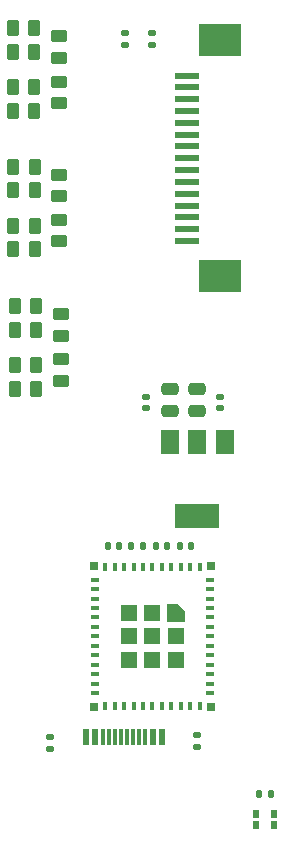
<source format=gtp>
%TF.GenerationSoftware,KiCad,Pcbnew,6.0.4-6f826c9f35~116~ubuntu18.04.1*%
%TF.CreationDate,2022-06-27T14:44:09+00:00*%
%TF.ProjectId,zynq-mipi,7a796e71-2d6d-4697-9069-2e6b69636164,rev?*%
%TF.SameCoordinates,Original*%
%TF.FileFunction,Paste,Top*%
%TF.FilePolarity,Positive*%
%FSLAX46Y46*%
G04 Gerber Fmt 4.6, Leading zero omitted, Abs format (unit mm)*
G04 Created by KiCad (PCBNEW 6.0.4-6f826c9f35~116~ubuntu18.04.1) date 2022-06-27 14:44:09*
%MOMM*%
%LPD*%
G01*
G04 APERTURE LIST*
G04 Aperture macros list*
%AMRoundRect*
0 Rectangle with rounded corners*
0 $1 Rounding radius*
0 $2 $3 $4 $5 $6 $7 $8 $9 X,Y pos of 4 corners*
0 Add a 4 corners polygon primitive as box body*
4,1,4,$2,$3,$4,$5,$6,$7,$8,$9,$2,$3,0*
0 Add four circle primitives for the rounded corners*
1,1,$1+$1,$2,$3*
1,1,$1+$1,$4,$5*
1,1,$1+$1,$6,$7*
1,1,$1+$1,$8,$9*
0 Add four rect primitives between the rounded corners*
20,1,$1+$1,$2,$3,$4,$5,0*
20,1,$1+$1,$4,$5,$6,$7,0*
20,1,$1+$1,$6,$7,$8,$9,0*
20,1,$1+$1,$8,$9,$2,$3,0*%
%AMFreePoly0*
4,1,6,0.725000,-0.725000,-0.725000,-0.725000,-0.725000,0.125000,-0.125000,0.725000,0.725000,0.725000,0.725000,-0.725000,0.725000,-0.725000,$1*%
G04 Aperture macros list end*
%ADD10RoundRect,0.250000X0.475000X-0.250000X0.475000X0.250000X-0.475000X0.250000X-0.475000X-0.250000X0*%
%ADD11RoundRect,0.140000X0.170000X-0.140000X0.170000X0.140000X-0.170000X0.140000X-0.170000X-0.140000X0*%
%ADD12RoundRect,0.250000X-0.262500X-0.450000X0.262500X-0.450000X0.262500X0.450000X-0.262500X0.450000X0*%
%ADD13RoundRect,0.250000X0.262500X0.450000X-0.262500X0.450000X-0.262500X-0.450000X0.262500X-0.450000X0*%
%ADD14RoundRect,0.250000X0.450000X-0.262500X0.450000X0.262500X-0.450000X0.262500X-0.450000X-0.262500X0*%
%ADD15R,1.500000X2.000000*%
%ADD16R,3.800000X2.000000*%
%ADD17R,0.400000X0.800000*%
%ADD18R,0.800000X0.400000*%
%ADD19R,1.450000X1.450000*%
%ADD20R,0.700000X0.700000*%
%ADD21FreePoly0,270.000000*%
%ADD22R,0.600000X0.700000*%
%ADD23RoundRect,0.135000X-0.185000X0.135000X-0.185000X-0.135000X0.185000X-0.135000X0.185000X0.135000X0*%
%ADD24R,2.000000X0.610000*%
%ADD25R,3.600000X2.680000*%
%ADD26R,0.600000X1.450000*%
%ADD27R,0.300000X1.450000*%
%ADD28RoundRect,0.140000X0.140000X0.170000X-0.140000X0.170000X-0.140000X-0.170000X0.140000X-0.170000X0*%
%ADD29RoundRect,0.140000X-0.140000X-0.170000X0.140000X-0.170000X0.140000X0.170000X-0.140000X0.170000X0*%
%ADD30RoundRect,0.135000X0.135000X0.185000X-0.135000X0.185000X-0.135000X-0.185000X0.135000X-0.185000X0*%
G04 APERTURE END LIST*
D10*
%TO.C,C1*%
X155795500Y-93853000D03*
X155795500Y-91953000D03*
%TD*%
D11*
%TO.C,C2*%
X153763500Y-93558000D03*
X153763500Y-92598000D03*
%TD*%
D10*
%TO.C,C3*%
X158081500Y-93853000D03*
X158081500Y-91953000D03*
%TD*%
D11*
%TO.C,C4*%
X159986500Y-93558000D03*
X159986500Y-92598000D03*
%TD*%
D12*
%TO.C,R3*%
X142602000Y-84938000D03*
X144427000Y-84938000D03*
%TD*%
D13*
%TO.C,R4*%
X144427000Y-86938000D03*
X142602000Y-86938000D03*
%TD*%
D14*
%TO.C,R5*%
X146514500Y-87438000D03*
X146514500Y-85613000D03*
%TD*%
%TO.C,R6*%
X146514500Y-91263000D03*
X146514500Y-89438000D03*
%TD*%
D13*
%TO.C,R7*%
X144427000Y-89938000D03*
X142602000Y-89938000D03*
%TD*%
%TO.C,R8*%
X144427000Y-91938000D03*
X142602000Y-91938000D03*
%TD*%
D12*
%TO.C,R9*%
X142453001Y-61430499D03*
X144278001Y-61430499D03*
%TD*%
D13*
%TO.C,R10*%
X144278001Y-63430499D03*
X142453001Y-63430499D03*
%TD*%
D14*
%TO.C,R11*%
X146365501Y-63930499D03*
X146365501Y-62105499D03*
%TD*%
%TO.C,R12*%
X146365501Y-67755499D03*
X146365501Y-65930499D03*
%TD*%
D13*
%TO.C,R13*%
X144278001Y-66430499D03*
X142453001Y-66430499D03*
%TD*%
%TO.C,R14*%
X144278001Y-68430499D03*
X142453001Y-68430499D03*
%TD*%
D12*
%TO.C,R15*%
X142480001Y-73128499D03*
X144305001Y-73128499D03*
%TD*%
D13*
%TO.C,R16*%
X144305001Y-75128499D03*
X142480001Y-75128499D03*
%TD*%
D14*
%TO.C,R17*%
X146392501Y-75628499D03*
X146392501Y-73803499D03*
%TD*%
%TO.C,R18*%
X146392501Y-79453499D03*
X146392501Y-77628499D03*
%TD*%
D13*
%TO.C,R19*%
X144305001Y-78128499D03*
X142480001Y-78128499D03*
%TD*%
%TO.C,R20*%
X144305001Y-80128499D03*
X142480001Y-80128499D03*
%TD*%
D15*
%TO.C,U1*%
X160381500Y-96418000D03*
X158081500Y-96418000D03*
D16*
X158081500Y-102718000D03*
D15*
X155781500Y-96418000D03*
%TD*%
D17*
%TO.C,U2*%
X158271500Y-107003000D03*
X157471500Y-107003000D03*
X156671500Y-107003000D03*
X155871500Y-107003000D03*
X155071500Y-107003000D03*
X154271500Y-107003000D03*
X153471500Y-107003000D03*
X152671500Y-107003000D03*
X151871500Y-107003000D03*
X151071500Y-107003000D03*
X150271500Y-107003000D03*
D18*
X149371500Y-108103000D03*
X149371500Y-108903000D03*
X149371500Y-109703000D03*
X149371500Y-110503000D03*
X149371500Y-111303000D03*
X149371500Y-112103000D03*
X149371500Y-112903000D03*
X149371500Y-113703000D03*
X149371500Y-114503000D03*
X149371500Y-115303000D03*
X149371500Y-116103000D03*
X149371500Y-116903000D03*
X149371500Y-117703000D03*
D17*
X150271500Y-118803000D03*
X151071500Y-118803000D03*
X151871500Y-118803000D03*
X152671500Y-118803000D03*
X153471500Y-118803000D03*
X154271500Y-118803000D03*
X155071500Y-118803000D03*
X155871500Y-118803000D03*
X156671500Y-118803000D03*
X157471500Y-118803000D03*
X158271500Y-118803000D03*
D18*
X159171500Y-117703000D03*
X159171500Y-108903000D03*
D19*
X152296500Y-114878000D03*
D20*
X159221500Y-106953000D03*
D19*
X154271500Y-114878000D03*
D18*
X159171500Y-115303000D03*
D19*
X152296500Y-110928000D03*
D20*
X149321500Y-106953000D03*
D18*
X159171500Y-114503000D03*
X159171500Y-113703000D03*
D20*
X159221500Y-118853000D03*
D18*
X159171500Y-111303000D03*
X159171500Y-116103000D03*
D19*
X152296500Y-112903000D03*
X156246500Y-112903000D03*
X154271500Y-110928000D03*
D18*
X159171500Y-112103000D03*
D19*
X156246500Y-114878000D03*
D20*
X149321500Y-118853000D03*
D18*
X159171500Y-108103000D03*
X159171500Y-116903000D03*
X159171500Y-109703000D03*
X159171500Y-110503000D03*
X159171500Y-112903000D03*
D21*
X156246500Y-110928000D03*
D19*
X154271500Y-112903000D03*
%TD*%
D22*
%TO.C,D1*%
X163066500Y-128847000D03*
X164566500Y-128847000D03*
X164566500Y-127947000D03*
X163066500Y-127947000D03*
%TD*%
D23*
%TO.C,R2*%
X151985500Y-61847000D03*
X151985500Y-62867000D03*
%TD*%
D24*
%TO.C,J1*%
X157214500Y-79428000D03*
X157214500Y-78428000D03*
X157214500Y-77428000D03*
X157214500Y-76428000D03*
X157214500Y-75428000D03*
X157214500Y-74428000D03*
X157214500Y-73428000D03*
X157214500Y-72428000D03*
X157214500Y-71428000D03*
X157214500Y-70428000D03*
X157214500Y-69428000D03*
X157214500Y-68428000D03*
X157214500Y-67428000D03*
X157214500Y-66428000D03*
X157214500Y-65428000D03*
D25*
X160014500Y-62438000D03*
X160014500Y-82418000D03*
%TD*%
D26*
%TO.C,J3*%
X148608500Y-121431000D03*
X149408500Y-121431000D03*
D27*
X150608500Y-121431000D03*
X151608500Y-121431000D03*
X152108500Y-121431000D03*
X153108500Y-121431000D03*
D26*
X154308500Y-121431000D03*
X155108500Y-121431000D03*
X155108500Y-121431000D03*
X154308500Y-121431000D03*
D27*
X153608500Y-121431000D03*
X152608500Y-121431000D03*
X151108500Y-121431000D03*
X150108500Y-121431000D03*
D26*
X149408500Y-121431000D03*
X148608500Y-121431000D03*
%TD*%
D28*
%TO.C,C7*%
X155513500Y-105283000D03*
X154553500Y-105283000D03*
%TD*%
D29*
%TO.C,C6*%
X150489500Y-105283000D03*
X151449500Y-105283000D03*
%TD*%
D23*
%TO.C,R24*%
X158081500Y-121283000D03*
X158081500Y-122303000D03*
%TD*%
%TO.C,R23*%
X145635500Y-121412000D03*
X145635500Y-122432000D03*
%TD*%
D30*
%TO.C,R22*%
X153511500Y-105283000D03*
X152491500Y-105283000D03*
%TD*%
%TO.C,R21*%
X164306500Y-126238000D03*
X163286500Y-126238000D03*
%TD*%
D29*
%TO.C,C5*%
X156585500Y-105283000D03*
X157545500Y-105283000D03*
%TD*%
D23*
%TO.C,R1*%
X154271500Y-61847000D03*
X154271500Y-62867000D03*
%TD*%
M02*

</source>
